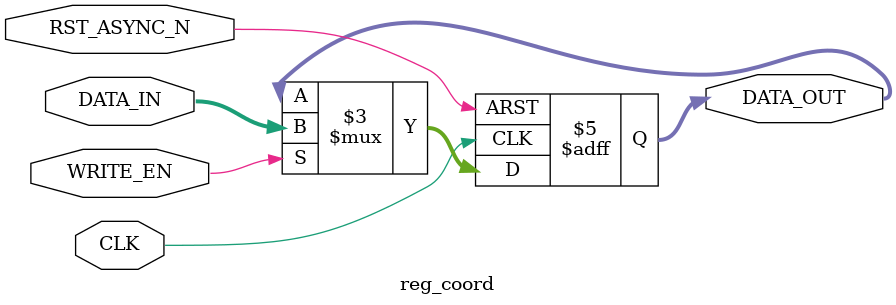
<source format=v>
/*-----------------------------------------------------------------------------------
* File: reg_coord.v
* Date generated: 25/03/2023
* Date modified: 11/05/2023
* Author: Bruna Suemi Nagai
* Description: Stores the coordenates
*----------------------------------------------------------------------------------- */

module reg_coord (
    CLK,
    RST_ASYNC_N, 
    WRITE_EN,
    DATA_IN,  
    DATA_OUT
);


// ------------------------------------------
// IO declaration
// ------------------------------------------
    input CLK;                              // Clock
    input RST_ASYNC_N;						// Asynchronous reset
    input WRITE_EN;							// Enables writing
    input signed [7:0] DATA_IN;			// Data in
    output reg signed [7:0] DATA_OUT;	    // Data out
    

// ------------------------------------------
// Sequential logic
// ------------------------------------------
always @(posedge CLK, negedge RST_ASYNC_N) begin
if (!RST_ASYNC_N)                        // If rst async is low
    begin
            DATA_OUT <= 8'b0;
    end
    
    else if (WRITE_EN) 		 			    // If write enable is high
    begin
        DATA_OUT <= DATA_IN; 			    // Write data to the register at the specified address
    end 
end

endmodule // reg_coord
    
</source>
